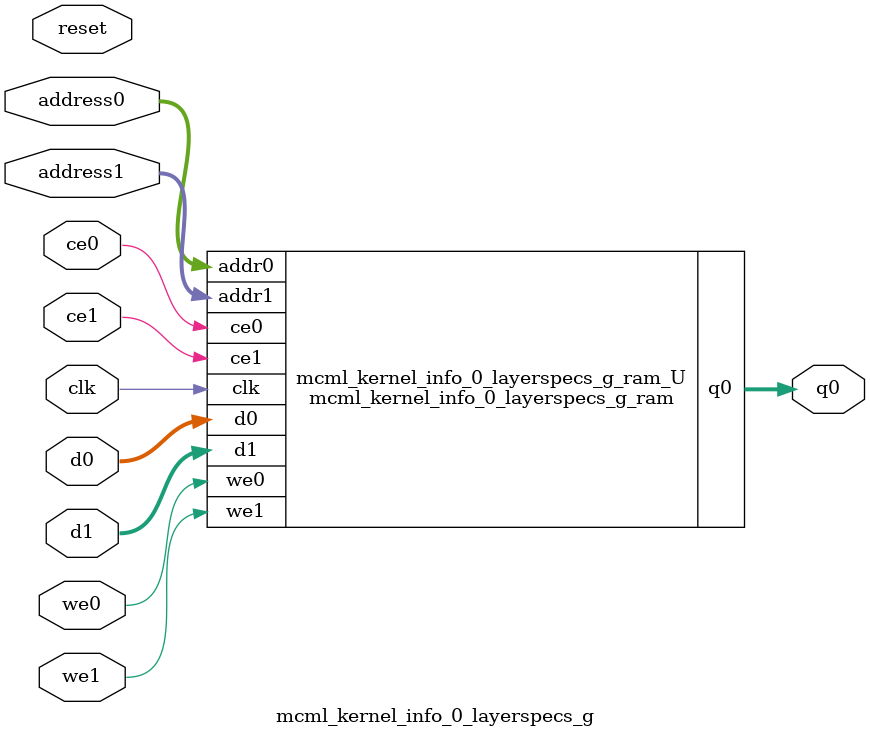
<source format=v>

`timescale 1 ns / 1 ps
module mcml_kernel_info_0_layerspecs_g_ram (addr0, ce0, d0, we0, q0, addr1, ce1, d1, we1,  clk);

parameter DWIDTH = 32;
parameter AWIDTH = 4;
parameter MEM_SIZE = 10;

input[AWIDTH-1:0] addr0;
input ce0;
input[DWIDTH-1:0] d0;
input we0;
output reg[DWIDTH-1:0] q0;
input[AWIDTH-1:0] addr1;
input ce1;
input[DWIDTH-1:0] d1;
input we1;
input clk;

(* ram_style = "block" *)reg [DWIDTH-1:0] ram[MEM_SIZE-1:0];




always @(posedge clk)  
begin 
    if (ce0) 
    begin
        if (we0) 
        begin 
            ram[addr0] <= d0; 
            q0 <= d0;
        end 
        else 
            q0 <= ram[addr0];
    end
end


always @(posedge clk)  
begin 
    if (ce1) 
    begin
        if (we1) 
        begin 
            ram[addr1] <= d1; 
        end 
    end
end


endmodule


`timescale 1 ns / 1 ps
module mcml_kernel_info_0_layerspecs_g(
    reset,
    clk,
    address0,
    ce0,
    we0,
    d0,
    q0,
    address1,
    ce1,
    we1,
    d1);

parameter DataWidth = 32'd32;
parameter AddressRange = 32'd10;
parameter AddressWidth = 32'd4;
input reset;
input clk;
input[AddressWidth - 1:0] address0;
input ce0;
input we0;
input[DataWidth - 1:0] d0;
output[DataWidth - 1:0] q0;
input[AddressWidth - 1:0] address1;
input ce1;
input we1;
input[DataWidth - 1:0] d1;



mcml_kernel_info_0_layerspecs_g_ram mcml_kernel_info_0_layerspecs_g_ram_U(
    .clk( clk ),
    .addr0( address0 ),
    .ce0( ce0 ),
    .d0( d0 ),
    .we0( we0 ),
    .q0( q0 ),
    .addr1( address1 ),
    .ce1( ce1 ),
    .d1( d1 ),
    .we1( we1 ));

endmodule


</source>
